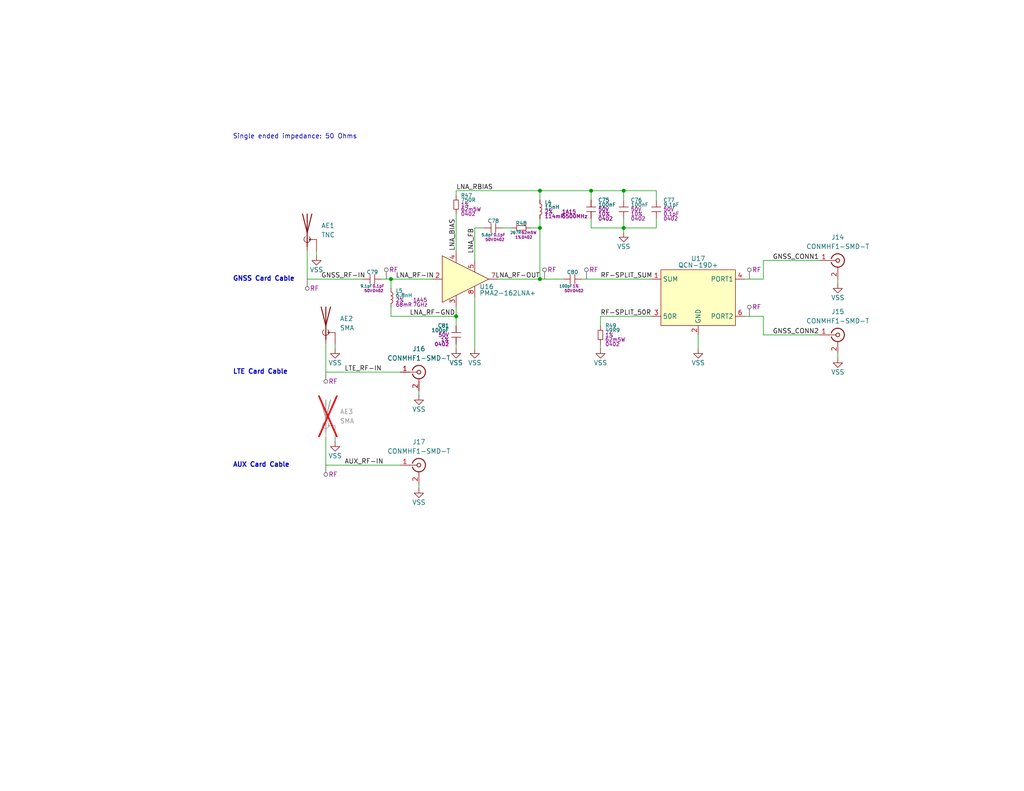
<source format=kicad_sch>
(kicad_sch (version 20250114) (generator "eeschema") (generator_version "9.0")
  (paper "USLetter")
  (title_block (title "RF Interface") (date "2025-03-31") (rev "1") (comment 2 "PROTOTYPE") (comment 3 "2025"))
  (lib_symbols
    (symbol "lib_pwr:VSS" (power) (pin_numbers (hide yes)) (pin_names (offset 0) (hide yes))
      (property "Value" "VSS" (at 0 -3.81 0))
      (symbol "VSS_0_1"
        (polyline (pts (xy 0 0) (xy 0 -1.27) (xy 1.27 -1.27) (xy 0 -2.54) (xy -1.27 -1.27) (xy 0 -1.27)))
      )
      (symbol "VSS_1_1"
        (pin power_in line (at 0 0 270) (length 0) (name "~") (number "1"))
      )
    )
    (symbol "lib_sch:Antenna_Shield" (pin_numbers (hide yes)) (pin_names (offset 1.016) (hide yes))
      (property "Reference" "J?" (at -1.905 4.445 0))
      (property "Value" "Antenna_Shield" (at -1.905 2.54 0))
      (symbol "Antenna_Shield_0_1"
        (arc (start 0 -2.667) (mid -0.8485 -2.1032) (end -0.508 -1.143))
        (polyline (pts (xy 0 5.08) (xy 0 -3.81)) (stroke (width 0.254)))
        (polyline (pts (xy 0 -2.54) (xy 0 0)))
        (arc (start 0.508 -1.143) (mid 0.8046 -2.0885) (end 0 -2.667))
        (polyline (pts (xy 0.762 -1.905) (xy 2.54 -1.905)))
        (circle (center 0.762 -1.905) (radius 0.1778) (fill (type outline)))
        (polyline (pts (xy 1.27 5.08) (xy 0 0) (xy -1.27 5.08)) (stroke (width 0.254)))
        (polyline (pts (xy 2.54 -2.54) (xy 2.54 -1.905)))
      )
      (symbol "Antenna_Shield_1_1"
        (pin input line (at 0 -5.08 90) (length 2.54) (name "A") (number "1"))
        (pin input line (at 2.54 -5.08 90) (length 2.54) (name "Shield") (number "2"))
        (pin input line (at 2.54 -5.08 90) (length 2.54) (hide yes) (name "Shield") (number "3"))
        (pin input line (at 2.54 -5.08 90) (length 2.54) (hide yes) (name "Shield") (number "4"))
        (pin input line (at 2.54 -5.08 90) (length 2.54) (hide yes) (name "Shield") (number "5"))
      )
    )
    (symbol "lib_sch:C" (pin_numbers (hide yes)) (pin_names (hide yes))
      (property "Reference" "C?" (at 1.905 2.54 0))
      (property "Value" "CAP" (at 1.905 1.27 0))
      (property "Tolerance" "TOL" (at 1.905 -1.27 0))
      (property "Voltage Rating" "VOLTAGE" (at 1.905 0 0))
      (property "Package" "PKG" (at 1.905 -2.54 0))
      (symbol "C_0_1"
        (polyline (pts (xy -1.27 0.635) (xy 1.27 0.635)))
        (polyline (pts (xy -1.27 -0.635) (xy 1.27 -0.635)))
      )
      (symbol "C_1_1"
        (pin passive line (at 0 2.54 270) (length 1.905) (name "") (number "1"))
        (pin passive line (at 0 -2.54 90) (length 1.905) (name "") (number "2"))
      )
    )
    (symbol "lib_sch:C_horizontal"
      (property "Reference" "C?" (at 0 1.905 0))
      (property "Value" "CAP" (at 0 -1.905 0))
      (property "Tolerance" "TOL" (at 0 -1.905 0))
      (property "Voltage Rating" "VOLT" (at 0 -3.175 0))
      (property "Package" "PKG" (at 0 -3.175 0))
      (symbol "C_horizontal_0_1"
        (polyline (pts (xy -0.635 -1.27) (xy -0.635 1.27)))
        (polyline (pts (xy 0.635 -1.27) (xy 0.635 1.27)))
      )
      (symbol "C_horizontal_1_1"
        (pin passive line (at -2.54 0 0) (length 1.905) (name "") (number "1"))
        (pin passive line (at 2.54 0 180) (length 1.905) (name "") (number "2"))
      )
    )
    (symbol "lib_sch:Conn_Coaxial" (pin_names (offset 1.016) (hide yes))
      (property "Reference" "J" (at 0.254 3.048 0))
      (property "Value" "Conn_Coaxial" (at 2.921 0 90))
      (symbol "Conn_Coaxial_0_1"
        (polyline (pts (xy -2.54 0) (xy -0.508 0)))
        (arc (start 1.778 0) (mid 0.222 -1.8079) (end -1.778 -0.508) (stroke (width 0.254)))
        (arc (start -1.778 0.508) (mid 0.2221 1.8084) (end 1.778 0) (stroke (width 0.254)))
        (circle (center 0 0) (radius 0.508) (stroke (width 0.2032)))
        (polyline (pts (xy 0 -2.54) (xy 0 -1.778)))
      )
      (symbol "Conn_Coaxial_1_1"
        (pin passive line (at -5.08 0 0) (length 2.54) (name "In") (number "1"))
        (pin passive line (at 0 -5.08 90) (length 2.54) (name "Ext") (number "2"))
      )
    )
    (symbol "lib_sch:L" (pin_numbers (hide yes)) (pin_names (hide yes))
      (property "Reference" "L?" (at 1.27 1.905 0))
      (property "Value" "VAL" (at 1.27 0.635 0))
      (property "Tolerance" "TOL" (at 1.27 -0.635 0))
      (property "Current Rating" "TOL" (at 4.445 -0.635 0))
      (property "DC Resistance" "DCR" (at 1.27 -1.905 0))
      (property "Resonant Frequency" "FRES" (at 4.445 -1.905 0))
      (symbol "L_0_1"
        (arc (start 0 1.524) (mid 0.3592 1.3752) (end 0.508 1.016))
        (arc (start 0.508 1.016) (mid 0.3592 0.6568) (end 0 0.508))
        (arc (start 0 0.508) (mid 0.3592 0.3592) (end 0.508 0))
        (arc (start 0.508 0) (mid 0.3592 -0.3592) (end 0 -0.508))
        (arc (start 0 -0.508) (mid 0.3592 -0.6568) (end 0.508 -1.016))
        (arc (start 0.508 -1.016) (mid 0.3592 -1.3752) (end 0 -1.524))
      )
      (symbol "L_1_0"
        (pin passive line (at 0 2.54 270) (length 1.016) (name "") (number "1"))
        (pin passive line (at 0 -2.54 90) (length 1.016) (name "") (number "2"))
      )
    )
    (symbol "lib_sch:PMA2-162LNA+" (pin_names (hide yes))
      (property "Reference" "U" (at 3.81 -2.794 0))
      (property "Value" "PMA2-162LNA+" (at 3.81 -3.81 0))
      (symbol "PMA2-162LNA+_1_0"
        (pin input line (at -8.89 0 0) (length 2.54) (name "RF-IN") (number "2"))
        (pin input line (at -2.54 7.62 270) (length 3.175) (name "BIAS") (number "4"))
        (pin passive line (at -2.54 -7.62 90) (length 3.175) (name "RF-GND") (number "3"))
        (pin input line (at 2.54 5.08 270) (length 3.175) (name "FB") (number "5"))
        (pin passive line (at 2.54 -5.08 90) (length 3.175) (hide yes) (name "NC") (number "1"))
        (pin passive line (at 2.54 -5.08 90) (length 3.175) (hide yes) (name "NC") (number "6"))
        (pin passive line (at 2.54 -5.08 90) (length 3.175) (name "GND") (number "8"))
        (pin passive line (at 2.54 -5.08 90) (length 3.175) (hide yes) (name "GND") (number "9"))
        (pin output line (at 8.89 0 180) (length 2.54) (name "RF-OUT") (number "7"))
      )
      (symbol "PMA2-162LNA+_1_1"
        (polyline (pts (xy -6.35 6.35) (xy -6.35 -6.35) (xy 6.35 0) (xy -6.35 6.35)) (fill (type background)))
      )
    )
    (symbol "lib_sch:QCN-19D+"
      (property "Reference" "U" (at 0 10.668 0))
      (property "Value" "QCN-19D+" (at 0 8.89 0))
      (symbol "QCN-19D+_0_0"
        (pin passive line (at -12.7 5.08 0) (length 2.54) (name "SUM") (number "1"))
        (pin passive line (at -12.7 -5.08 0) (length 2.54) (name "50R") (number "3"))
        (pin passive line (at 12.7 5.08 180) (length 2.54) (name "PORT1") (number "4"))
        (pin passive line (at 12.7 -5.08 180) (length 2.54) (name "PORT2") (number "6"))
      )
      (symbol "QCN-19D+_1_0"
        (pin power_in line (at 0 -10.16 90) (length 2.54) (name "GND") (number "2"))
        (pin passive line (at 0 -10.16 90) (length 2.54) (hide yes) (name "GND") (number "5"))
      )
      (symbol "QCN-19D+_1_1"
        (rectangle (start -10.16 7.62) (end 10.16 -7.62) (fill (type background)))
      )
    )
    (symbol "lib_sch:R"
      (property "Reference" "R?" (at 1.27 2.54 0))
      (property "Value" "VAL" (at 1.27 1.27 0))
      (property "Tolerance" "TOL" (at 1.27 0 0))
      (property "Power Rating" "PWR" (at 1.27 -1.27 0))
      (property "Package" "PKG" (at 1.27 -2.54 0))
      (symbol "R_0_1"
        (polyline (pts (xy -0.635 1.27) (xy -0.635 -1.27) (xy 0.635 -1.27) (xy 0.635 1.27) (xy -0.635 1.27)))
      )
      (symbol "R_1_1"
        (pin passive line (at 0 2.54 270) (length 1.27) (name "") (number "1"))
        (pin passive line (at 0 -2.54 90) (length 1.27) (name "") (number "2"))
      )
    )
    (symbol "lib_sch:R_horizontal"
      (property "Reference" "R?" (at 0 1.27 0))
      (property "Value" "VAL" (at 0 -1.27 0))
      (property "Tolerance" "TOL" (at 0 -2.54 0))
      (property "Power Rating" "PWR" (at 0 -1.27 0))
      (property "Package" "PKG" (at 0 -2.54 0))
      (symbol "R_horizontal_0_1"
        (polyline (pts (xy -1.27 -0.635) (xy 1.27 -0.635) (xy 1.27 0.635) (xy -1.27 0.635) (xy -1.27 -0.635)))
      )
      (symbol "R_horizontal_1_1"
        (pin passive line (at -2.54 0 0) (length 1.27) (name "") (number "1"))
        (pin passive line (at 2.54 0 180) (length 1.27) (name "") (number "2"))
      )
    )
  )
  (text "GNSS Card Cable" (at 63.5 76.2 0) (effects (font (size 1.27 1.27) (thickness 0.254) (bold yes)) (justify left)))
  (text "LTE Card Cable" (at 63.5 101.6 0) (effects (font (size 1.27 1.27) (thickness 0.254) (bold yes)) (justify left)))
  (text "Single ended impedance: 50 Ohms" (at 63.5 38.1 0) (effects (font (size 1.27 1.27)) (justify left bottom)))
  (text "AUX Card Cable" (at 63.5 127 0) (effects (font (size 1.27 1.27) (thickness 0.254) (bold yes)) (justify left)))
  (junction (at 147.32 76.2))
  (junction (at 170.18 62.23))
  (junction (at 161.29 52.07))
  (junction (at 124.46 86.36))
  (junction (at 147.32 52.07))
  (junction (at 147.32 62.23))
  (junction (at 106.68 76.2))
  (junction (at 170.18 52.07))
  (wire (pts (xy 106.68 76.2) (xy 104.14 76.2)))
  (wire (pts (xy 203.2 76.2) (xy 208.28 76.2)))
  (wire (pts (xy 114.3 106.68) (xy 114.3 107.95)))
  (wire (pts (xy 88.9 127) (xy 109.22 127)))
  (wire (pts (xy 114.3 132.08) (xy 114.3 133.35)))
  (wire (pts (xy 163.83 86.36) (xy 177.8 86.36)))
  (wire (pts (xy 124.46 83.82) (xy 124.46 86.36)))
  (wire (pts (xy 147.32 52.07) (xy 124.46 52.07)))
  (wire (pts (xy 161.29 52.07) (xy 170.18 52.07)))
  (wire (pts (xy 129.54 62.23) (xy 129.54 71.12)))
  (wire (pts (xy 208.28 86.36) (xy 203.2 86.36)))
  (wire (pts (xy 106.68 76.2) (xy 118.11 76.2)))
  (wire (pts (xy 88.9 119.38) (xy 88.9 127)))
  (wire (pts (xy 170.18 59.69) (xy 170.18 62.23)))
  (wire (pts (xy 208.28 91.44) (xy 208.28 86.36)))
  (wire (pts (xy 99.06 76.2) (xy 83.82 76.2)))
  (wire (pts (xy 208.28 76.2) (xy 208.28 71.12)))
  (wire (pts (xy 88.9 101.6) (xy 109.22 101.6)))
  (wire (pts (xy 124.46 52.07) (xy 124.46 53.34)))
  (wire (pts (xy 170.18 52.07) (xy 170.18 54.61)))
  (wire (pts (xy 147.32 52.07) (xy 161.29 52.07)))
  (wire (pts (xy 161.29 52.07) (xy 161.29 54.61)))
  (wire (pts (xy 161.29 62.23) (xy 170.18 62.23)))
  (wire (pts (xy 147.32 62.23) (xy 144.78 62.23)))
  (wire (pts (xy 147.32 59.69) (xy 147.32 62.23)))
  (wire (pts (xy 147.32 62.23) (xy 147.32 76.2)))
  (wire (pts (xy 91.44 119.38) (xy 91.44 120.65)))
  (wire (pts (xy 124.46 86.36) (xy 124.46 88.9)))
  (wire (pts (xy 147.32 76.2) (xy 153.67 76.2)))
  (wire (pts (xy 170.18 52.07) (xy 179.07 52.07)))
  (wire (pts (xy 86.36 68.58) (xy 86.36 69.85)))
  (wire (pts (xy 179.07 62.23) (xy 170.18 62.23)))
  (wire (pts (xy 163.83 93.98) (xy 163.83 95.25)))
  (wire (pts (xy 124.46 93.98) (xy 124.46 95.25)))
  (wire (pts (xy 137.16 62.23) (xy 139.7 62.23)))
  (wire (pts (xy 147.32 76.2) (xy 135.89 76.2)))
  (wire (pts (xy 132.08 62.23) (xy 129.54 62.23)))
  (wire (pts (xy 179.07 54.61) (xy 179.07 52.07)))
  (wire (pts (xy 228.6 96.52) (xy 228.6 97.79)))
  (wire (pts (xy 208.28 71.12) (xy 223.52 71.12)))
  (wire (pts (xy 170.18 62.23) (xy 170.18 63.5)))
  (wire (pts (xy 129.54 81.28) (xy 129.54 95.25)))
  (wire (pts (xy 88.9 93.98) (xy 88.9 101.6)))
  (wire (pts (xy 147.32 52.07) (xy 147.32 54.61)))
  (wire (pts (xy 161.29 59.69) (xy 161.29 62.23)))
  (wire (pts (xy 179.07 59.69) (xy 179.07 62.23)))
  (wire (pts (xy 158.75 76.2) (xy 177.8 76.2)))
  (wire (pts (xy 106.68 78.74) (xy 106.68 76.2)))
  (wire (pts (xy 208.28 91.44) (xy 223.52 91.44)))
  (wire (pts (xy 124.46 58.42) (xy 124.46 68.58)))
  (wire (pts (xy 228.6 76.2) (xy 228.6 77.47)))
  (wire (pts (xy 163.83 88.9) (xy 163.83 86.36)))
  (wire (pts (xy 83.82 76.2) (xy 83.82 68.58)))
  (wire (pts (xy 106.68 83.82) (xy 106.68 86.36)))
  (wire (pts (xy 190.5 91.44) (xy 190.5 95.25)))
  (wire (pts (xy 91.44 93.98) (xy 91.44 95.25)))
  (wire (pts (xy 106.68 86.36) (xy 124.46 86.36)))
  (label "LNA_RF-IN" (at 107.95 76.2 0))
  (label "LNA_BIAS" (at 124.46 59.69 270))
  (label "LNA_RF-OUT" (at 147.32 76.2 180))
  (label "LNA_FB" (at 129.54 62.23 270))
  (label "GNSS_RF-IN" (at 87.63 76.2 0))
  (label "RF-SPLIT_SUM" (at 163.83 76.2 0))
  (label "LNA_RF-GND" (at 111.76 86.36 0))
  (label "GNSS_CONN2" (at 210.82 91.44 0))
  (label "LTE_RF-IN" (at 93.98 101.6 0))
  (label "LNA_RBIAS" (at 124.46 52.07 0))
  (label "AUX_RF-IN" (at 93.98 127 0))
  (label "RF-SPLIT_50R" (at 163.83 86.36 0))
  (label "GNSS_CONN1" (at 210.82 71.12 0))
  (netclass_flag "" (length 2.54) (shape round) (at 105.41 76.2 0) (property "Netclass" "RF" (at 106.1085 73.66 0) (effects (justify left))))
  (netclass_flag "" (length 2.54) (shape round) (at 160.02 76.2 0) (property "Netclass" "RF" (at 160.7185 73.66 0) (effects (justify left))))
  (netclass_flag "" (length 2.54) (shape round) (at 148.59 76.2 0) (property "Netclass" "RF" (at 149.2885 73.66 0) (effects (justify left))))
  (netclass_flag "" (length 2.54) (shape round) (at 88.9 101.6 180) (property "Netclass" "RF" (at 89.5985 104.14 0) (effects (justify left))))
  (netclass_flag "" (length 2.54) (shape round) (at 204.47 76.2 0) (property "Netclass" "RF" (at 205.1685 73.66 0) (effects (justify left))))
  (netclass_flag "" (length 2.54) (shape round) (at 204.47 86.36 0) (property "Netclass" "RF" (at 205.1685 83.82 0) (effects (justify left))))
  (netclass_flag "" (length 2.54) (shape round) (at 88.9 127 180) (property "Netclass" "RF" (at 89.5985 129.54 0) (effects (justify left))))
  (netclass_flag "" (length 2.54) (shape round) (at 83.82 76.2 180) (property "Netclass" "RF" (at 84.5185 78.74 0) (effects (justify left))))
  (symbol (lib_id "lib_pwr:VSS") (at 114.3 133.35 0) (unit 1)
    (property "Reference" "#PWR0183" (effects (hide yes)))
    (property "Value" "VSS" (at 114.3 137.16 0))
  )
  (symbol (lib_id "lib_sch:C_horizontal") (at 156.21 76.2 0) (unit 1)
    (property "Reference" "C80" (at 156.21 74.295 0) (effects (font (size 1.016 1.016))))
    (property "Value" "100pF" (at 156.21 78.105 0) (effects (font (size 0.762 0.762)) (justify right)))
    (property "Footprint" "lib_passives:GCM0402" (effects (hide yes)))
    (property "Datasheet" "datasheets/Murata-Electronics-GCM1555C1H101FA16.pdf" (effects (hide yes)))
    (property "Description" "CAP CER 100PF 50V C0G/NP0 0402" (effects (hide yes)))
    (property "Manufacturer" "Murata Electronics" (effects (hide yes)))
    (property "MPN" "GCM1555C1H101FA16D" (effects (hide yes)))
    (property "DKPN" "490-14349-1-ND" (effects (hide yes)))
    (property "Tolerance" "1%" (at 156.21 78.105 0) (effects (font (size 0.762 0.762)) (justify left)))
    (property "Voltage Rating" "50V" (at 156.21 79.375 0) (effects (font (size 0.762 0.762)) (justify right)))
    (property "Package" "0402" (at 156.21 79.375 0) (effects (font (size 0.762 0.762)) (justify left)))
  )
  (symbol (lib_id "lib_sch:R_horizontal") (at 142.24 62.23 0) (unit 1)
    (property "Reference" "R48" (at 142.24 60.96 0) (effects (font (size 1.016 1.016))))
    (property "Value" "267R" (at 142.24 63.5 0) (effects (font (size 0.762 0.762)) (justify right)))
    (property "Footprint" "lib_passives:CRCW0402" (effects (hide yes)))
    (property "Datasheet" "datasheets/Vishay-Dale-DCRCWe3.pdf" (effects (hide yes)))
    (property "Description" "RES SMD 267 OHM 1% 1/16W 0402" (effects (hide yes)))
    (property "Manufacturer" "Vishay Dale" (effects (hide yes)))
    (property "MPN" "CRCW0402267RFKED" (effects (hide yes)))
    (property "DKPN" "541-267LCT-ND" (effects (hide yes)))
    (property "Tolerance" "1%" (at 142.24 64.77 0) (effects (font (size 0.762 0.762)) (justify right)))
    (property "Power Rating" "62m5W" (at 142.24 63.5 0) (effects (font (size 0.762 0.762)) (justify left)))
    (property "Package" "0402" (at 142.24 64.77 0) (effects (font (size 0.762 0.762)) (justify left)))
  )
  (symbol (lib_id "lib_pwr:VSS") (at 228.6 97.79 0) (unit 1)
    (property "Reference" "#PWR0180" (effects (hide yes)))
    (property "Value" "VSS" (at 228.6 101.6 0))
  )
  (symbol (lib_id "lib_pwr:VSS") (at 114.3 107.95 0) (unit 1)
    (property "Reference" "#PWR0181" (effects (hide yes)))
    (property "Value" "VSS" (at 114.3 111.76 0))
  )
  (symbol (lib_id "lib_sch:L") (at 106.68 81.28 0) (unit 1)
    (property "Reference" "L5" (at 107.95 79.375 0) (effects (font (size 1.016 1.016)) (justify left)))
    (property "Value" "6.8nH" (at 107.95 80.645 0) (effects (font (size 1.016 1.016)) (justify left)))
    (property "Footprint" "lib_passives:L_0402" (effects (hide yes)))
    (property "Datasheet" "datasheets/Murata-Electronics-JELF243A-9138.pdf" (effects (hide yes)))
    (property "Description" "FIXED IND 6.8NH 1.45A 0.068OHM" (effects (hide yes)))
    (property "Manufacturer" "Murata Electronics" (effects (hide yes)))
    (property "MPN" "LQW15AN6N8G8ZD" (effects (hide yes)))
    (property "DKPN" "490-15561-1-ND" (effects (hide yes)))
    (property "Tolerance" "2%" (at 107.95 81.915 0) (effects (font (size 1.016 1.016)) (justify left)))
    (property "Current Rating" "1A45" (at 112.649 81.915 0) (effects (font (size 1.016 1.016)) (justify left)))
    (property "DC Resistance" "68mR" (at 107.95 83.185 0) (effects (font (size 1.016 1.016)) (justify left)))
    (property "Resonant Frequency" "7GHz" (at 112.649 83.185 0) (effects (font (size 1.016 1.016)) (justify left)))
  )
  (symbol (lib_id "lib_sch:Antenna_Shield") (at 88.9 88.9 0) (unit 1)
    (property "Reference" "AE2" (at 92.71 86.9949 0) (effects (justify left)))
    (property "Value" "SMA" (at 92.71 89.5349 0) (effects (justify left)))
    (property "Footprint" "lib_connectors:RFPC-SMA14-FN" (effects (hide yes)))
    (property "Datasheet" "datasheets/GCT-RFPC-SMA14-FN.pdf" (effects (hide yes)))
    (property "Description" "SMA PCB MOUNT RIGHT ANGLE BULKHEAD" (effects (hide yes)))
    (property "Manufacturer" "GCT (Gradconn)" (effects (hide yes)))
    (property "MPN" "RFPC-SMA14-FN-A" (effects (hide yes)))
    (property "DKPN" "2072-RFPC-SMA14-FN-A-ND" (effects (hide yes)))
  )
  (symbol (lib_id "lib_sch:Antenna_Shield") (at 88.9 114.3 0) (unit 1) (dnp yes)
    (property "Reference" "AE3" (at 92.71 112.3949 0) (effects (justify left)))
    (property "Value" "SMA" (at 92.71 114.9349 0) (effects (justify left)))
    (property "Footprint" "lib_connectors:RFPC-SMA14-FN" (effects (hide yes)))
    (property "Datasheet" "datasheets/GCT-RFPC-SMA14-FN.pdf" (effects (hide yes)))
    (property "Description" "SMA PCB MOUNT RIGHT ANGLE BULKHEAD" (effects (hide yes)))
    (property "Manufacturer" "GCT (Gradconn)" (effects (hide yes)))
    (property "MPN" "RFPC-SMA14-FN-A" (effects (hide yes)))
    (property "DKPN" "2072-RFPC-SMA14-FN-A-ND" (effects (hide yes)))
  )
  (symbol (lib_id "lib_pwr:VSS") (at 91.44 120.65 0) (unit 1)
    (property "Reference" "#PWR0182" (effects (hide yes)))
    (property "Value" "VSS" (at 91.44 124.46 0))
  )
  (symbol (lib_id "lib_sch:Antenna_Shield") (at 83.82 63.5 0) (unit 1)
    (property "Reference" "AE1" (at 87.63 61.5949 0) (effects (justify left)))
    (property "Value" "TNC" (at 87.63 64.1349 0) (effects (justify left)))
    (property "Footprint" "lib_connectors:RFPC-TNC01-FN" (effects (hide yes)))
    (property "Datasheet" "datasheets/GCT-RFPC-TNC01-FN.pdf" (effects (hide yes)))
    (property "Description" "TNC PCB MOUNT RIGHT ANGLE BULKHEAD" (effects (hide yes)))
    (property "Manufacturer" "GCT (Gradconn)" (effects (hide yes)))
    (property "MPN" "RFPC-TNC01-FN-A" (effects (hide yes)))
    (property "DKPN" "2072-RFPC-TNC01-FN-A-ND" (effects (hide yes)))
  )
  (symbol (lib_id "lib_sch:Conn_Coaxial") (at 114.3 127 0) (unit 1)
    (property "Reference" "J17" (at 114.3 120.65 0))
    (property "Value" "CONMHF1-SMD-T" (at 114.3 123.19 0))
    (property "Footprint" "lib_connectors:CONMHF1" (effects (hide yes)))
    (property "Datasheet" "datasheets/TE-Connectivity-Linx-CONMHF1-SMD.pdf" (effects (hide yes)))
    (property "Description" "coaxial connector (BNC, SMA, SMB, SMC, Cinch/RCA, LEMO, ...)" (effects (hide yes)))
    (property "Manufacturer" "TE Connectivity Linx" (effects (hide yes)))
    (property "MPN" "CONMHF1-SMD-T" (effects (hide yes)))
    (property "DKPN" "343-CONMHF1-SMD-TCT-ND" (effects (hide yes)))
  )
  (symbol (lib_id "lib_sch:Conn_Coaxial") (at 228.6 71.12 0) (unit 1)
    (property "Reference" "J14" (at 228.6 64.77 0))
    (property "Value" "CONMHF1-SMD-T" (at 228.6 67.31 0))
    (property "Footprint" "lib_connectors:CONMHF1" (effects (hide yes)))
    (property "Datasheet" "datasheets/TE-Connectivity-Linx-CONMHF1-SMD.pdf" (effects (hide yes)))
    (property "Description" "coaxial connector (BNC, SMA, SMB, SMC, Cinch/RCA, LEMO, ...)" (effects (hide yes)))
    (property "Manufacturer" "TE Connectivity Linx" (effects (hide yes)))
    (property "MPN" "CONMHF1-SMD-T" (effects (hide yes)))
    (property "DKPN" "343-CONMHF1-SMD-TCT-ND" (effects (hide yes)))
  )
  (symbol (lib_id "lib_pwr:VSS") (at 91.44 95.25 0) (unit 1)
    (property "Reference" "#PWR0175" (effects (hide yes)))
    (property "Value" "VSS" (at 91.44 99.06 0))
  )
  (symbol (lib_id "lib_sch:R") (at 124.46 55.88 0) (unit 1)
    (property "Reference" "R47" (at 125.73 53.34 0) (effects (font (size 1.016 1.016)) (justify left)))
    (property "Value" "750R" (at 125.73 54.61 0) (effects (font (size 1.016 1.016)) (justify left)))
    (property "Footprint" "lib_passives:CRCW0402" (effects (hide yes)))
    (property "Datasheet" "datasheets/Vishay-Dale-DCRCWe3.pdf" (effects (hide yes)))
    (property "Description" "RES SMD 750 OHM 1% 1/16W 0402" (effects (hide yes)))
    (property "Manufacturer" "Vishay Dale" (effects (hide yes)))
    (property "MPN" "CRCW0402750RFKED" (effects (hide yes)))
    (property "DKPN" "541-750LCT-ND" (effects (hide yes)))
    (property "Tolerance" "1%" (at 125.73 55.88 0) (effects (font (size 1.016 1.016)) (justify left)))
    (property "Power Rating" "62m5W" (at 125.73 57.15 0) (effects (font (size 1.016 1.016)) (justify left)))
    (property "Package" "0402" (at 125.73 58.42 0) (effects (font (size 1.016 1.016)) (justify left)))
  )
  (symbol (lib_id "lib_pwr:VSS") (at 86.36 69.85 0) (unit 1)
    (property "Reference" "#PWR0173" (effects (hide yes)))
    (property "Value" "VSS" (at 86.36 73.66 0))
  )
  (symbol (lib_id "lib_sch:C") (at 161.29 57.15 0) (unit 1)
    (property "Reference" "C75" (at 163.195 54.61 0) (effects (font (size 1.016 1.016)) (justify left)))
    (property "Value" "100nF" (at 163.195 55.88 0) (effects (font (size 1.016 1.016)) (justify left)))
    (property "Footprint" "lib_passives:GCM0402" (effects (hide yes)))
    (property "Datasheet" "datasheets/Murata-Electronics-GRT155R71H104KE01.pdf" (effects (hide yes)))
    (property "Description" "CAP CER 0.1UF 50V X7R 0402" (effects (hide yes)))
    (property "Manufacturer" "Murata Electronics" (effects (hide yes)))
    (property "MPN" "GRT155R71H104KE01D" (effects (hide yes)))
    (property "DKPN" "490-GRT155R71H104KE01DCT-ND" (effects (hide yes)))
    (property "Tolerance" "10%" (at 163.195 58.42 0) (effects (font (size 1.016 1.016)) (justify left)))
    (property "Voltage Rating" "50V" (at 163.195 57.15 0) (effects (font (size 1.016 1.016)) (justify left)))
    (property "Package" "0402" (at 163.195 59.69 0) (effects (font (size 1.016 1.016)) (justify left)))
  )
  (symbol (lib_id "lib_sch:Conn_Coaxial") (at 228.6 91.44 0) (unit 1)
    (property "Reference" "J15" (at 228.6 85.09 0))
    (property "Value" "CONMHF1-SMD-T" (at 228.6 87.63 0))
    (property "Footprint" "lib_connectors:CONMHF1" (effects (hide yes)))
    (property "Datasheet" "datasheets/TE-Connectivity-Linx-CONMHF1-SMD.pdf" (effects (hide yes)))
    (property "Description" "coaxial connector (BNC, SMA, SMB, SMC, Cinch/RCA, LEMO, ...)" (effects (hide yes)))
    (property "Manufacturer" "TE Connectivity Linx" (effects (hide yes)))
    (property "MPN" "CONMHF1-SMD-T" (effects (hide yes)))
    (property "DKPN" "343-CONMHF1-SMD-TCT-ND" (effects (hide yes)))
  )
  (symbol (lib_id "lib_sch:L") (at 147.32 57.15 0) (unit 1)
    (property "Reference" "L4" (at 148.59 55.245 0) (effects (font (size 1.016 1.016)) (justify left)))
    (property "Value" "15nH" (at 148.59 56.515 0) (effects (font (size 1.016 1.016)) (justify left)))
    (property "Footprint" "lib_passives:L_0402" (effects (hide yes)))
    (property "Datasheet" "datasheets/Murata-Electronics-JELF243A-9138.pdf" (effects (hide yes)))
    (property "Description" "FIXED IND 15NH 1.15A 0.114OHM SM" (effects (hide yes)))
    (property "Manufacturer" "Murata Electronics" (effects (hide yes)))
    (property "MPN" "LQW15AN15NG8ZD" (effects (hide yes)))
    (property "DKPN" "490-15341-1-ND" (effects (hide yes)))
    (property "Tolerance" "2%" (at 148.59 57.785 0) (effects (font (size 1.016 1.016)) (justify left)))
    (property "Current Rating" "1A15" (at 153.289 57.785 0) (effects (font (size 1.016 1.016)) (justify left)))
    (property "DC Resistance" "114mR" (at 148.59 59.055 0) (effects (font (size 1.016 1.016)) (justify left)))
    (property "Resonant Frequency" "5500MHz" (at 153.289 59.055 0) (effects (font (size 1.016 1.016)) (justify left)))
  )
  (symbol (lib_id "lib_pwr:VSS") (at 163.83 95.25 0) (unit 1)
    (property "Reference" "#PWR0178" (effects (hide yes)))
    (property "Value" "VSS" (at 163.83 99.06 0))
  )
  (symbol (lib_id "lib_sch:R") (at 163.83 91.44 0) (unit 1)
    (property "Reference" "R49" (at 165.1 88.9 0) (effects (font (size 1.016 1.016)) (justify left)))
    (property "Value" "49R9" (at 165.1 90.17 0) (effects (font (size 1.016 1.016)) (justify left)))
    (property "Footprint" "lib_passives:CRCW0402" (effects (hide yes)))
    (property "Datasheet" "datasheets/Vishay-Dale-DCRCWe3.pdf" (effects (hide yes)))
    (property "Description" "RES SMD 49.9 OHM 1% 1/16W 0402" (effects (hide yes)))
    (property "Manufacturer" "Vishay Dale" (effects (hide yes)))
    (property "MPN" "CRCW040249R9FKED" (effects (hide yes)))
    (property "DKPN" "541-49.9LCT-ND" (effects (hide yes)))
    (property "Tolerance" "1%" (at 165.1 91.44 0) (effects (font (size 1.016 1.016)) (justify left)))
    (property "Power Rating" "62m5W" (at 165.1 92.71 0) (effects (font (size 1.016 1.016)) (justify left)))
    (property "Package" "0402" (at 165.1 93.98 0) (effects (font (size 1.016 1.016)) (justify left)))
  )
  (symbol (lib_id "lib_pwr:VSS") (at 228.6 77.47 0) (unit 1)
    (property "Reference" "#PWR0174" (effects (hide yes)))
    (property "Value" "VSS" (at 228.6 81.28 0))
  )
  (symbol (lib_id "lib_pwr:VSS") (at 170.18 63.5 0) (unit 1)
    (property "Reference" "#PWR0172" (effects (hide yes)))
    (property "Value" "VSS" (at 170.18 67.31 0))
  )
  (symbol (lib_id "lib_sch:C") (at 170.18 57.15 0) (unit 1)
    (property "Reference" "C76" (at 172.085 54.61 0) (effects (font (size 1.016 1.016)) (justify left)))
    (property "Value" "100nF" (at 172.085 55.88 0) (effects (font (size 1.016 1.016)) (justify left)))
    (property "Footprint" "lib_passives:GCM0402" (effects (hide yes)))
    (property "Datasheet" "datasheets/Murata-Electronics-GRT155R71H104KE01.pdf" (effects (hide yes)))
    (property "Description" "CAP CER 0.1UF 50V X7R 0402" (effects (hide yes)))
    (property "Manufacturer" "Murata Electronics" (effects (hide yes)))
    (property "MPN" "GRT155R71H104KE01D" (effects (hide yes)))
    (property "DKPN" "490-GRT155R71H104KE01DCT-ND" (effects (hide yes)))
    (property "Tolerance" "10%" (at 172.085 58.42 0) (effects (font (size 1.016 1.016)) (justify left)))
    (property "Voltage Rating" "50V" (at 172.085 57.15 0) (effects (font (size 1.016 1.016)) (justify left)))
    (property "Package" "0402" (at 172.085 59.69 0) (effects (font (size 1.016 1.016)) (justify left)))
  )
  (symbol (lib_id "lib_sch:C_horizontal") (at 134.62 62.23 0) (unit 1)
    (property "Reference" "C78" (at 134.62 60.325 0) (effects (font (size 1.016 1.016))))
    (property "Value" "5.6pF" (at 134.62 64.135 0) (effects (font (size 0.762 0.762)) (justify right)))
    (property "Footprint" "lib_passives:GCM0402" (effects (hide yes)))
    (property "Datasheet" "datasheets/Murata-Electronics-GCM1555C1H5R6BA16.pdf" (effects (hide yes)))
    (property "Description" "CAP CER 5.6PF 50V C0G/NP0 0402" (effects (hide yes)))
    (property "Manufacturer" "Murata Electronics" (effects (hide yes)))
    (property "MPN" "GCM1555C1H5R6BA16D" (effects (hide yes)))
    (property "DKPN" "490-14424-1-ND" (effects (hide yes)))
    (property "Tolerance" "0.1pF" (at 134.62 64.135 0) (effects (font (size 0.762 0.762)) (justify left)))
    (property "Voltage Rating" "50V" (at 134.62 65.405 0) (effects (font (size 0.762 0.762)) (justify right)))
    (property "Package" "0402" (at 134.62 65.405 0) (effects (font (size 0.762 0.762)) (justify left)))
  )
  (symbol (lib_id "lib_pwr:VSS") (at 124.46 95.25 0) (unit 1)
    (property "Reference" "#PWR0176" (effects (hide yes)))
    (property "Value" "VSS" (at 124.46 99.06 0))
  )
  (symbol (lib_id "lib_pwr:VSS") (at 190.5 95.25 0) (unit 1)
    (property "Reference" "#PWR0179" (effects (hide yes)))
    (property "Value" "VSS" (at 190.5 99.06 0))
  )
  (symbol (lib_id "lib_sch:PMA2-162LNA+") (at 127 76.2 0) (unit 1)
    (property "Reference" "U16" (at 130.81 78.994 0) (effects (justify left bottom)))
    (property "Value" "PMA2-162LNA+" (at 130.81 80.01 0) (effects (justify left)))
    (property "Footprint" "lib_ICs:TFDFN200X200X100-8" (effects (hide yes)))
    (property "Datasheet" "datasheets/Mini-Circuits-PMA2-162LNA+.pdf" (effects (hide yes)))
    (property "Description" "SMT LNA, 700 MHZ - 1.6 GHZ, 50" (effects (hide yes)))
    (property "Manufacturer" "Mini-Circuits" (effects (hide yes)))
    (property "MPN" "PMA2-162LNA+" (effects (hide yes)))
    (property "DKPN" "3157-PMA2-162LNA+CT-ND" (effects (hide yes)))
  )
  (symbol (lib_id "lib_sch:Conn_Coaxial") (at 114.3 101.6 0) (unit 1)
    (property "Reference" "J16" (at 114.3 95.25 0))
    (property "Value" "CONMHF1-SMD-T" (at 114.3 97.79 0))
    (property "Footprint" "lib_connectors:CONMHF1" (effects (hide yes)))
    (property "Datasheet" "datasheets/TE-Connectivity-Linx-CONMHF1-SMD.pdf" (effects (hide yes)))
    (property "Description" "coaxial connector (BNC, SMA, SMB, SMC, Cinch/RCA, LEMO, ...)" (effects (hide yes)))
    (property "Manufacturer" "TE Connectivity Linx" (effects (hide yes)))
    (property "MPN" "CONMHF1-SMD-T" (effects (hide yes)))
    (property "DKPN" "343-CONMHF1-SMD-TCT-ND" (effects (hide yes)))
  )
  (symbol (lib_id "lib_sch:C_horizontal") (at 101.6 76.2 0) (unit 1)
    (property "Reference" "C79" (at 101.6 74.295 0) (effects (font (size 1.016 1.016))))
    (property "Value" "9.1pF" (at 101.6 78.105 0) (effects (font (size 0.762 0.762)) (justify right)))
    (property "Footprint" "lib_passives:GCM0402" (effects (hide yes)))
    (property "Datasheet" "datasheets/Murata-Electronics-GCM1555C1H9R1BA16.pdf" (effects (hide yes)))
    (property "Description" "CAP CER 9.1PF 50V C0G/NP0 0402" (effects (hide yes)))
    (property "Manufacturer" "Murata Electronics" (effects (hide yes)))
    (property "MPN" "GCM1555C1H9R1BA16D" (effects (hide yes)))
    (property "DKPN" "490-GCM1555C1H9R1BA16DCT-ND" (effects (hide yes)))
    (property "Tolerance" "0.1pF" (at 101.6 78.105 0) (effects (font (size 0.762 0.762)) (justify left)))
    (property "Voltage Rating" "50V" (at 101.6 79.375 0) (effects (font (size 0.762 0.762)) (justify right)))
    (property "Package" "0402" (at 101.6 79.375 0) (effects (font (size 0.762 0.762)) (justify left)))
  )
  (symbol (lib_id "lib_sch:QCN-19D+") (at 190.5 81.28 0) (unit 1)
    (property "Reference" "U17" (at 190.5 70.612 0))
    (property "Value" "QCN-19D+" (at 190.5 72.39 0))
    (property "Footprint" "lib_ICs:SON99P320X160X89-6" (effects (hide yes)))
    (property "Datasheet" "datasheets/Mini-Circuits-QCN-19D+.pdf" (effects (hide yes)))
    (property "Description" "RF PWR DVDR 1.1GHZ-1.925GHZ 6SMD" (effects (hide yes)))
    (property "Manufacturer" "Mini-Circuits" (effects (hide yes)))
    (property "MPN" "QCN-19D+" (effects (hide yes)))
    (property "DKPN" "3157-QCN-19D+CT-ND" (effects (hide yes)))
  )
  (symbol (lib_id "lib_pwr:VSS") (at 129.54 95.25 0) (unit 1)
    (property "Reference" "#PWR0177" (effects (hide yes)))
    (property "Value" "VSS" (at 129.54 99.06 0))
  )
  (symbol (lib_id "lib_sch:C") (at 179.07 57.15 0) (unit 1)
    (property "Reference" "C77" (at 180.975 54.61 0) (effects (font (size 1.016 1.016)) (justify left)))
    (property "Value" "9.1pF" (at 180.975 55.88 0) (effects (font (size 1.016 1.016)) (justify left)))
    (property "Footprint" "lib_passives:GCM0402" (effects (hide yes)))
    (property "Datasheet" "datasheets/Murata-Electronics-GCM1555C1H9R1BA16.pdf" (effects (hide yes)))
    (property "Description" "CAP CER 9.1PF 50V C0G/NP0 0402" (effects (hide yes)))
    (property "Manufacturer" "Murata Electronics" (effects (hide yes)))
    (property "MPN" "GCM1555C1H9R1BA16D" (effects (hide yes)))
    (property "DKPN" "490-GCM1555C1H9R1BA16DCT-ND" (effects (hide yes)))
    (property "Tolerance" "0.1pF" (at 180.975 58.42 0) (effects (font (size 1.016 1.016)) (justify left)))
    (property "Voltage Rating" "50V" (at 180.975 57.15 0) (effects (font (size 1.016 1.016)) (justify left)))
    (property "Package" "0402" (at 180.975 59.69 0) (effects (font (size 1.016 1.016)) (justify left)))
  )
  (symbol (lib_id "lib_sch:C") (at 124.46 91.44 0) (mirror y) (unit 1)
    (property "Reference" "C81" (at 122.555 88.9 0) (effects (font (size 1.016 1.016)) (justify left)))
    (property "Value" "100pF" (at 122.555 90.17 0) (effects (font (size 1.016 1.016)) (justify left)))
    (property "Footprint" "lib_passives:GCM0402" (effects (hide yes)))
    (property "Datasheet" "datasheets/Murata-Electronics-GCM1555C1H101FA16.pdf" (effects (hide yes)))
    (property "Description" "CAP CER 100PF 50V C0G/NP0 0402" (effects (hide yes)))
    (property "Manufacturer" "Murata Electronics" (effects (hide yes)))
    (property "MPN" "GCM1555C1H101FA16D" (effects (hide yes)))
    (property "DKPN" "490-14349-1-ND" (effects (hide yes)))
    (property "Tolerance" "1%" (at 122.555 92.71 0) (effects (font (size 1.016 1.016)) (justify left)))
    (property "Voltage Rating" "50V" (at 122.555 91.44 0) (effects (font (size 1.016 1.016)) (justify left)))
    (property "Package" "0402" (at 122.555 93.98 0) (effects (font (size 1.016 1.016)) (justify left)))
  )
)
</source>
